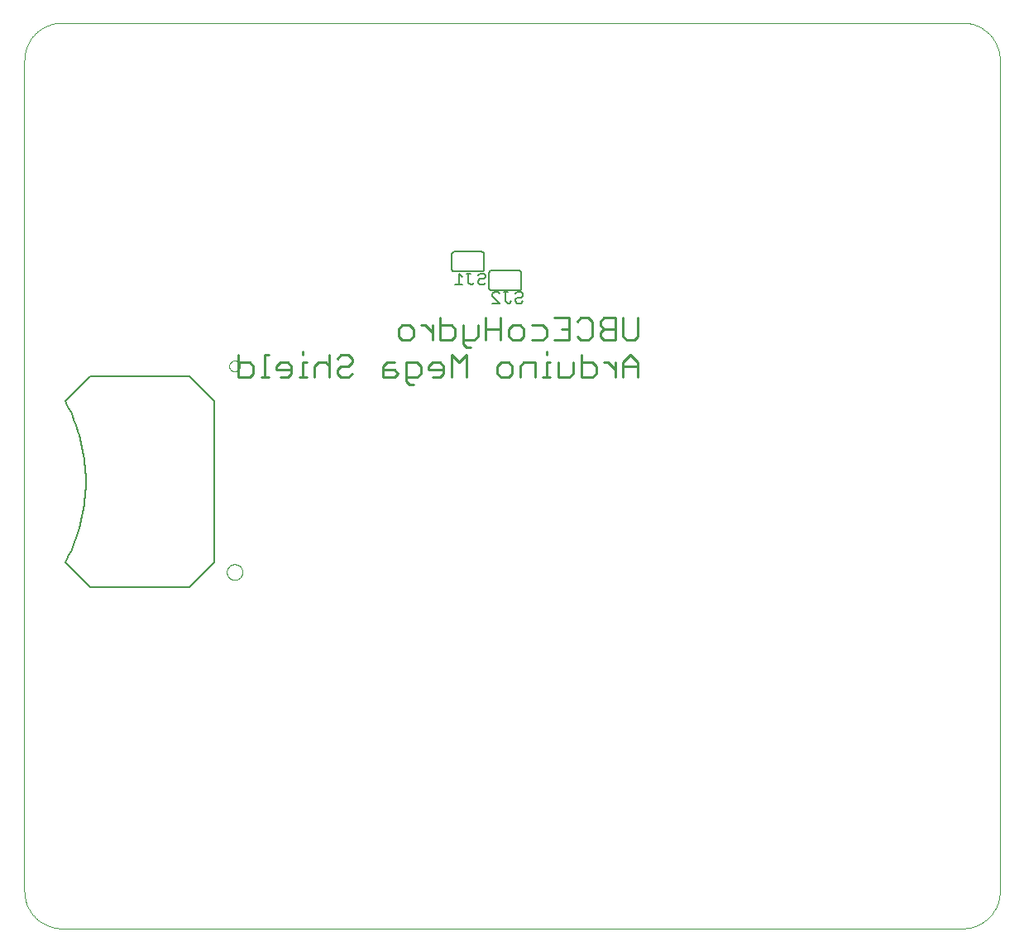
<source format=gbo>
G75*
%MOIN*%
%OFA0B0*%
%FSLAX25Y25*%
%IPPOS*%
%LPD*%
%AMOC8*
5,1,8,0,0,1.08239X$1,22.5*
%
%ADD10C,0.00000*%
%ADD11C,0.01000*%
%ADD12C,0.00500*%
%ADD13C,0.00600*%
D10*
X0090000Y0017248D02*
X0090000Y0352248D01*
X0090004Y0352610D01*
X0090018Y0352973D01*
X0090039Y0353335D01*
X0090070Y0353696D01*
X0090109Y0354056D01*
X0090157Y0354415D01*
X0090214Y0354773D01*
X0090279Y0355130D01*
X0090353Y0355485D01*
X0090436Y0355838D01*
X0090527Y0356189D01*
X0090626Y0356537D01*
X0090734Y0356883D01*
X0090850Y0357227D01*
X0090975Y0357567D01*
X0091107Y0357904D01*
X0091248Y0358238D01*
X0091397Y0358569D01*
X0091554Y0358896D01*
X0091718Y0359219D01*
X0091890Y0359538D01*
X0092070Y0359852D01*
X0092258Y0360163D01*
X0092453Y0360468D01*
X0092655Y0360769D01*
X0092865Y0361065D01*
X0093081Y0361355D01*
X0093305Y0361641D01*
X0093535Y0361921D01*
X0093772Y0362195D01*
X0094016Y0362463D01*
X0094266Y0362726D01*
X0094522Y0362982D01*
X0094785Y0363232D01*
X0095053Y0363476D01*
X0095327Y0363713D01*
X0095607Y0363943D01*
X0095893Y0364167D01*
X0096183Y0364383D01*
X0096479Y0364593D01*
X0096780Y0364795D01*
X0097085Y0364990D01*
X0097396Y0365178D01*
X0097710Y0365358D01*
X0098029Y0365530D01*
X0098352Y0365694D01*
X0098679Y0365851D01*
X0099010Y0366000D01*
X0099344Y0366141D01*
X0099681Y0366273D01*
X0100021Y0366398D01*
X0100365Y0366514D01*
X0100711Y0366622D01*
X0101059Y0366721D01*
X0101410Y0366812D01*
X0101763Y0366895D01*
X0102118Y0366969D01*
X0102475Y0367034D01*
X0102833Y0367091D01*
X0103192Y0367139D01*
X0103552Y0367178D01*
X0103913Y0367209D01*
X0104275Y0367230D01*
X0104638Y0367244D01*
X0105000Y0367248D01*
X0468110Y0367248D01*
X0468472Y0367244D01*
X0468835Y0367230D01*
X0469197Y0367209D01*
X0469558Y0367178D01*
X0469918Y0367139D01*
X0470277Y0367091D01*
X0470635Y0367034D01*
X0470992Y0366969D01*
X0471347Y0366895D01*
X0471700Y0366812D01*
X0472051Y0366721D01*
X0472399Y0366622D01*
X0472745Y0366514D01*
X0473089Y0366398D01*
X0473429Y0366273D01*
X0473766Y0366141D01*
X0474100Y0366000D01*
X0474431Y0365851D01*
X0474758Y0365694D01*
X0475081Y0365530D01*
X0475400Y0365358D01*
X0475714Y0365178D01*
X0476025Y0364990D01*
X0476330Y0364795D01*
X0476631Y0364593D01*
X0476927Y0364383D01*
X0477217Y0364167D01*
X0477503Y0363943D01*
X0477783Y0363713D01*
X0478057Y0363476D01*
X0478325Y0363232D01*
X0478588Y0362982D01*
X0478844Y0362726D01*
X0479094Y0362463D01*
X0479338Y0362195D01*
X0479575Y0361921D01*
X0479805Y0361641D01*
X0480029Y0361355D01*
X0480245Y0361065D01*
X0480455Y0360769D01*
X0480657Y0360468D01*
X0480852Y0360163D01*
X0481040Y0359852D01*
X0481220Y0359538D01*
X0481392Y0359219D01*
X0481556Y0358896D01*
X0481713Y0358569D01*
X0481862Y0358238D01*
X0482003Y0357904D01*
X0482135Y0357567D01*
X0482260Y0357227D01*
X0482376Y0356883D01*
X0482484Y0356537D01*
X0482583Y0356189D01*
X0482674Y0355838D01*
X0482757Y0355485D01*
X0482831Y0355130D01*
X0482896Y0354773D01*
X0482953Y0354415D01*
X0483001Y0354056D01*
X0483040Y0353696D01*
X0483071Y0353335D01*
X0483092Y0352973D01*
X0483106Y0352610D01*
X0483110Y0352248D01*
X0483110Y0017248D01*
X0483106Y0016886D01*
X0483092Y0016523D01*
X0483071Y0016161D01*
X0483040Y0015800D01*
X0483001Y0015440D01*
X0482953Y0015081D01*
X0482896Y0014723D01*
X0482831Y0014366D01*
X0482757Y0014011D01*
X0482674Y0013658D01*
X0482583Y0013307D01*
X0482484Y0012959D01*
X0482376Y0012613D01*
X0482260Y0012269D01*
X0482135Y0011929D01*
X0482003Y0011592D01*
X0481862Y0011258D01*
X0481713Y0010927D01*
X0481556Y0010600D01*
X0481392Y0010277D01*
X0481220Y0009958D01*
X0481040Y0009644D01*
X0480852Y0009333D01*
X0480657Y0009028D01*
X0480455Y0008727D01*
X0480245Y0008431D01*
X0480029Y0008141D01*
X0479805Y0007855D01*
X0479575Y0007575D01*
X0479338Y0007301D01*
X0479094Y0007033D01*
X0478844Y0006770D01*
X0478588Y0006514D01*
X0478325Y0006264D01*
X0478057Y0006020D01*
X0477783Y0005783D01*
X0477503Y0005553D01*
X0477217Y0005329D01*
X0476927Y0005113D01*
X0476631Y0004903D01*
X0476330Y0004701D01*
X0476025Y0004506D01*
X0475714Y0004318D01*
X0475400Y0004138D01*
X0475081Y0003966D01*
X0474758Y0003802D01*
X0474431Y0003645D01*
X0474100Y0003496D01*
X0473766Y0003355D01*
X0473429Y0003223D01*
X0473089Y0003098D01*
X0472745Y0002982D01*
X0472399Y0002874D01*
X0472051Y0002775D01*
X0471700Y0002684D01*
X0471347Y0002601D01*
X0470992Y0002527D01*
X0470635Y0002462D01*
X0470277Y0002405D01*
X0469918Y0002357D01*
X0469558Y0002318D01*
X0469197Y0002287D01*
X0468835Y0002266D01*
X0468472Y0002252D01*
X0468110Y0002248D01*
X0105000Y0002248D01*
X0104638Y0002252D01*
X0104275Y0002266D01*
X0103913Y0002287D01*
X0103552Y0002318D01*
X0103192Y0002357D01*
X0102833Y0002405D01*
X0102475Y0002462D01*
X0102118Y0002527D01*
X0101763Y0002601D01*
X0101410Y0002684D01*
X0101059Y0002775D01*
X0100711Y0002874D01*
X0100365Y0002982D01*
X0100021Y0003098D01*
X0099681Y0003223D01*
X0099344Y0003355D01*
X0099010Y0003496D01*
X0098679Y0003645D01*
X0098352Y0003802D01*
X0098029Y0003966D01*
X0097710Y0004138D01*
X0097396Y0004318D01*
X0097085Y0004506D01*
X0096780Y0004701D01*
X0096479Y0004903D01*
X0096183Y0005113D01*
X0095893Y0005329D01*
X0095607Y0005553D01*
X0095327Y0005783D01*
X0095053Y0006020D01*
X0094785Y0006264D01*
X0094522Y0006514D01*
X0094266Y0006770D01*
X0094016Y0007033D01*
X0093772Y0007301D01*
X0093535Y0007575D01*
X0093305Y0007855D01*
X0093081Y0008141D01*
X0092865Y0008431D01*
X0092655Y0008727D01*
X0092453Y0009028D01*
X0092258Y0009333D01*
X0092070Y0009644D01*
X0091890Y0009958D01*
X0091718Y0010277D01*
X0091554Y0010600D01*
X0091397Y0010927D01*
X0091248Y0011258D01*
X0091107Y0011592D01*
X0090975Y0011929D01*
X0090850Y0012269D01*
X0090734Y0012613D01*
X0090626Y0012959D01*
X0090527Y0013307D01*
X0090436Y0013658D01*
X0090353Y0014011D01*
X0090279Y0014366D01*
X0090214Y0014723D01*
X0090157Y0015081D01*
X0090109Y0015440D01*
X0090070Y0015800D01*
X0090039Y0016161D01*
X0090018Y0016523D01*
X0090004Y0016886D01*
X0090000Y0017248D01*
X0171582Y0145846D02*
X0171584Y0145958D01*
X0171590Y0146069D01*
X0171600Y0146181D01*
X0171614Y0146292D01*
X0171631Y0146402D01*
X0171653Y0146512D01*
X0171679Y0146621D01*
X0171708Y0146729D01*
X0171741Y0146835D01*
X0171778Y0146941D01*
X0171819Y0147045D01*
X0171864Y0147148D01*
X0171912Y0147249D01*
X0171963Y0147348D01*
X0172018Y0147445D01*
X0172077Y0147540D01*
X0172138Y0147634D01*
X0172203Y0147725D01*
X0172272Y0147813D01*
X0172343Y0147899D01*
X0172417Y0147983D01*
X0172495Y0148063D01*
X0172575Y0148141D01*
X0172658Y0148217D01*
X0172743Y0148289D01*
X0172831Y0148358D01*
X0172921Y0148424D01*
X0173014Y0148486D01*
X0173109Y0148546D01*
X0173206Y0148602D01*
X0173304Y0148654D01*
X0173405Y0148703D01*
X0173507Y0148748D01*
X0173611Y0148790D01*
X0173716Y0148828D01*
X0173823Y0148862D01*
X0173930Y0148892D01*
X0174039Y0148919D01*
X0174148Y0148941D01*
X0174259Y0148960D01*
X0174369Y0148975D01*
X0174481Y0148986D01*
X0174592Y0148993D01*
X0174704Y0148996D01*
X0174816Y0148995D01*
X0174928Y0148990D01*
X0175039Y0148981D01*
X0175150Y0148968D01*
X0175261Y0148951D01*
X0175371Y0148931D01*
X0175480Y0148906D01*
X0175588Y0148878D01*
X0175695Y0148845D01*
X0175801Y0148809D01*
X0175905Y0148769D01*
X0176008Y0148726D01*
X0176110Y0148679D01*
X0176209Y0148628D01*
X0176307Y0148574D01*
X0176403Y0148516D01*
X0176497Y0148455D01*
X0176588Y0148391D01*
X0176677Y0148324D01*
X0176764Y0148253D01*
X0176848Y0148179D01*
X0176930Y0148103D01*
X0177008Y0148023D01*
X0177084Y0147941D01*
X0177157Y0147856D01*
X0177227Y0147769D01*
X0177293Y0147679D01*
X0177357Y0147587D01*
X0177417Y0147493D01*
X0177474Y0147397D01*
X0177527Y0147298D01*
X0177577Y0147198D01*
X0177623Y0147097D01*
X0177666Y0146993D01*
X0177705Y0146888D01*
X0177740Y0146782D01*
X0177771Y0146675D01*
X0177799Y0146566D01*
X0177822Y0146457D01*
X0177842Y0146347D01*
X0177858Y0146236D01*
X0177870Y0146125D01*
X0177878Y0146014D01*
X0177882Y0145902D01*
X0177882Y0145790D01*
X0177878Y0145678D01*
X0177870Y0145567D01*
X0177858Y0145456D01*
X0177842Y0145345D01*
X0177822Y0145235D01*
X0177799Y0145126D01*
X0177771Y0145017D01*
X0177740Y0144910D01*
X0177705Y0144804D01*
X0177666Y0144699D01*
X0177623Y0144595D01*
X0177577Y0144494D01*
X0177527Y0144394D01*
X0177474Y0144295D01*
X0177417Y0144199D01*
X0177357Y0144105D01*
X0177293Y0144013D01*
X0177227Y0143923D01*
X0177157Y0143836D01*
X0177084Y0143751D01*
X0177008Y0143669D01*
X0176930Y0143589D01*
X0176848Y0143513D01*
X0176764Y0143439D01*
X0176677Y0143368D01*
X0176588Y0143301D01*
X0176497Y0143237D01*
X0176403Y0143176D01*
X0176307Y0143118D01*
X0176209Y0143064D01*
X0176110Y0143013D01*
X0176008Y0142966D01*
X0175905Y0142923D01*
X0175801Y0142883D01*
X0175695Y0142847D01*
X0175588Y0142814D01*
X0175480Y0142786D01*
X0175371Y0142761D01*
X0175261Y0142741D01*
X0175150Y0142724D01*
X0175039Y0142711D01*
X0174928Y0142702D01*
X0174816Y0142697D01*
X0174704Y0142696D01*
X0174592Y0142699D01*
X0174481Y0142706D01*
X0174369Y0142717D01*
X0174259Y0142732D01*
X0174148Y0142751D01*
X0174039Y0142773D01*
X0173930Y0142800D01*
X0173823Y0142830D01*
X0173716Y0142864D01*
X0173611Y0142902D01*
X0173507Y0142944D01*
X0173405Y0142989D01*
X0173304Y0143038D01*
X0173206Y0143090D01*
X0173109Y0143146D01*
X0173014Y0143206D01*
X0172921Y0143268D01*
X0172831Y0143334D01*
X0172743Y0143403D01*
X0172658Y0143475D01*
X0172575Y0143551D01*
X0172495Y0143629D01*
X0172417Y0143709D01*
X0172343Y0143793D01*
X0172272Y0143879D01*
X0172203Y0143967D01*
X0172138Y0144058D01*
X0172077Y0144152D01*
X0172018Y0144247D01*
X0171963Y0144344D01*
X0171912Y0144443D01*
X0171864Y0144544D01*
X0171819Y0144647D01*
X0171778Y0144751D01*
X0171741Y0144857D01*
X0171708Y0144963D01*
X0171679Y0145071D01*
X0171653Y0145180D01*
X0171631Y0145290D01*
X0171614Y0145400D01*
X0171600Y0145511D01*
X0171590Y0145623D01*
X0171584Y0145734D01*
X0171582Y0145846D01*
X0172567Y0228917D02*
X0172569Y0229010D01*
X0172575Y0229102D01*
X0172585Y0229194D01*
X0172599Y0229285D01*
X0172616Y0229376D01*
X0172638Y0229466D01*
X0172663Y0229555D01*
X0172692Y0229643D01*
X0172725Y0229729D01*
X0172762Y0229814D01*
X0172802Y0229898D01*
X0172846Y0229979D01*
X0172893Y0230059D01*
X0172943Y0230137D01*
X0172997Y0230212D01*
X0173054Y0230285D01*
X0173114Y0230355D01*
X0173177Y0230423D01*
X0173243Y0230488D01*
X0173311Y0230550D01*
X0173382Y0230610D01*
X0173456Y0230666D01*
X0173532Y0230719D01*
X0173610Y0230768D01*
X0173690Y0230815D01*
X0173772Y0230857D01*
X0173856Y0230897D01*
X0173941Y0230932D01*
X0174028Y0230964D01*
X0174116Y0230993D01*
X0174205Y0231017D01*
X0174295Y0231038D01*
X0174386Y0231054D01*
X0174478Y0231067D01*
X0174570Y0231076D01*
X0174663Y0231081D01*
X0174755Y0231082D01*
X0174848Y0231079D01*
X0174940Y0231072D01*
X0175032Y0231061D01*
X0175123Y0231046D01*
X0175214Y0231028D01*
X0175304Y0231005D01*
X0175392Y0230979D01*
X0175480Y0230949D01*
X0175566Y0230915D01*
X0175650Y0230878D01*
X0175733Y0230836D01*
X0175814Y0230792D01*
X0175894Y0230744D01*
X0175971Y0230693D01*
X0176045Y0230638D01*
X0176118Y0230580D01*
X0176188Y0230520D01*
X0176255Y0230456D01*
X0176319Y0230390D01*
X0176381Y0230320D01*
X0176439Y0230249D01*
X0176494Y0230175D01*
X0176546Y0230098D01*
X0176595Y0230019D01*
X0176641Y0229939D01*
X0176683Y0229856D01*
X0176721Y0229772D01*
X0176756Y0229686D01*
X0176787Y0229599D01*
X0176814Y0229511D01*
X0176837Y0229421D01*
X0176857Y0229331D01*
X0176873Y0229240D01*
X0176885Y0229148D01*
X0176893Y0229056D01*
X0176897Y0228963D01*
X0176897Y0228871D01*
X0176893Y0228778D01*
X0176885Y0228686D01*
X0176873Y0228594D01*
X0176857Y0228503D01*
X0176837Y0228413D01*
X0176814Y0228323D01*
X0176787Y0228235D01*
X0176756Y0228148D01*
X0176721Y0228062D01*
X0176683Y0227978D01*
X0176641Y0227895D01*
X0176595Y0227815D01*
X0176546Y0227736D01*
X0176494Y0227659D01*
X0176439Y0227585D01*
X0176381Y0227514D01*
X0176319Y0227444D01*
X0176255Y0227378D01*
X0176188Y0227314D01*
X0176118Y0227254D01*
X0176045Y0227196D01*
X0175971Y0227141D01*
X0175894Y0227090D01*
X0175815Y0227042D01*
X0175733Y0226998D01*
X0175650Y0226956D01*
X0175566Y0226919D01*
X0175480Y0226885D01*
X0175392Y0226855D01*
X0175304Y0226829D01*
X0175214Y0226806D01*
X0175123Y0226788D01*
X0175032Y0226773D01*
X0174940Y0226762D01*
X0174848Y0226755D01*
X0174755Y0226752D01*
X0174663Y0226753D01*
X0174570Y0226758D01*
X0174478Y0226767D01*
X0174386Y0226780D01*
X0174295Y0226796D01*
X0174205Y0226817D01*
X0174116Y0226841D01*
X0174028Y0226870D01*
X0173941Y0226902D01*
X0173856Y0226937D01*
X0173772Y0226977D01*
X0173690Y0227019D01*
X0173610Y0227066D01*
X0173532Y0227115D01*
X0173456Y0227168D01*
X0173382Y0227224D01*
X0173311Y0227284D01*
X0173243Y0227346D01*
X0173177Y0227411D01*
X0173114Y0227479D01*
X0173054Y0227549D01*
X0172997Y0227622D01*
X0172943Y0227697D01*
X0172893Y0227775D01*
X0172846Y0227855D01*
X0172802Y0227936D01*
X0172762Y0228020D01*
X0172725Y0228105D01*
X0172692Y0228191D01*
X0172663Y0228279D01*
X0172638Y0228368D01*
X0172616Y0228458D01*
X0172599Y0228549D01*
X0172585Y0228640D01*
X0172575Y0228732D01*
X0172569Y0228824D01*
X0172567Y0228917D01*
D11*
X0176236Y0230318D02*
X0180740Y0230318D01*
X0182241Y0228817D01*
X0182241Y0225814D01*
X0180740Y0224313D01*
X0176236Y0224313D01*
X0176236Y0233321D01*
X0186879Y0233321D02*
X0186879Y0224313D01*
X0188380Y0224313D02*
X0185377Y0224313D01*
X0191583Y0227316D02*
X0197588Y0227316D01*
X0197588Y0228817D02*
X0196087Y0230318D01*
X0193084Y0230318D01*
X0191583Y0228817D01*
X0191583Y0227316D01*
X0193084Y0224313D02*
X0196087Y0224313D01*
X0197588Y0225814D01*
X0197588Y0228817D01*
X0202225Y0230318D02*
X0202225Y0224313D01*
X0203726Y0224313D02*
X0200724Y0224313D01*
X0202225Y0230318D02*
X0203726Y0230318D01*
X0202225Y0233321D02*
X0202225Y0234822D01*
X0206929Y0228817D02*
X0208431Y0230318D01*
X0211433Y0230318D01*
X0212934Y0228817D01*
X0216137Y0227316D02*
X0216137Y0225814D01*
X0217638Y0224313D01*
X0220641Y0224313D01*
X0222142Y0225814D01*
X0220641Y0228817D02*
X0222142Y0230318D01*
X0222142Y0231819D01*
X0220641Y0233321D01*
X0217638Y0233321D01*
X0216137Y0231819D01*
X0217638Y0228817D02*
X0216137Y0227316D01*
X0217638Y0228817D02*
X0220641Y0228817D01*
X0212934Y0233321D02*
X0212934Y0224313D01*
X0206929Y0224313D02*
X0206929Y0228817D01*
X0188380Y0233321D02*
X0186879Y0233321D01*
X0234553Y0228817D02*
X0234553Y0224313D01*
X0239057Y0224313D01*
X0240558Y0225814D01*
X0239057Y0227316D01*
X0234553Y0227316D01*
X0234553Y0228817D02*
X0236054Y0230318D01*
X0239057Y0230318D01*
X0243761Y0230318D02*
X0248265Y0230318D01*
X0249766Y0228817D01*
X0249766Y0225814D01*
X0248265Y0224313D01*
X0243761Y0224313D01*
X0243761Y0222812D02*
X0243761Y0230318D01*
X0243761Y0222812D02*
X0245262Y0221310D01*
X0246763Y0221310D01*
X0254470Y0224313D02*
X0257472Y0224313D01*
X0258974Y0225814D01*
X0258974Y0228817D01*
X0257472Y0230318D01*
X0254470Y0230318D01*
X0252969Y0228817D01*
X0252969Y0227316D01*
X0258974Y0227316D01*
X0262176Y0224313D02*
X0262176Y0233321D01*
X0265179Y0230318D01*
X0268182Y0233321D01*
X0268182Y0224313D01*
X0280592Y0225814D02*
X0282093Y0224313D01*
X0285096Y0224313D01*
X0286597Y0225814D01*
X0286597Y0228817D01*
X0285096Y0230318D01*
X0282093Y0230318D01*
X0280592Y0228817D01*
X0280592Y0225814D01*
X0289800Y0224313D02*
X0289800Y0228817D01*
X0291301Y0230318D01*
X0295805Y0230318D01*
X0295805Y0224313D01*
X0298941Y0224313D02*
X0301944Y0224313D01*
X0300442Y0224313D02*
X0300442Y0230318D01*
X0301944Y0230318D01*
X0305146Y0230318D02*
X0305146Y0224313D01*
X0309650Y0224313D01*
X0311152Y0225814D01*
X0311152Y0230318D01*
X0314354Y0230318D02*
X0318858Y0230318D01*
X0320359Y0228817D01*
X0320359Y0225814D01*
X0318858Y0224313D01*
X0314354Y0224313D01*
X0314354Y0233321D01*
X0314321Y0239313D02*
X0312820Y0240814D01*
X0314321Y0239313D02*
X0317323Y0239313D01*
X0318825Y0240814D01*
X0318825Y0246819D01*
X0317323Y0248321D01*
X0314321Y0248321D01*
X0312820Y0246819D01*
X0309617Y0248321D02*
X0309617Y0239313D01*
X0303612Y0239313D01*
X0300409Y0240814D02*
X0298908Y0239313D01*
X0294404Y0239313D01*
X0291201Y0240814D02*
X0289700Y0239313D01*
X0286697Y0239313D01*
X0285196Y0240814D01*
X0285196Y0243817D01*
X0286697Y0245318D01*
X0289700Y0245318D01*
X0291201Y0243817D01*
X0291201Y0240814D01*
X0294404Y0245318D02*
X0298908Y0245318D01*
X0300409Y0243817D01*
X0300409Y0240814D01*
X0306614Y0243817D02*
X0309617Y0243817D01*
X0309617Y0248321D02*
X0303612Y0248321D01*
X0300442Y0234822D02*
X0300442Y0233321D01*
X0281993Y0239313D02*
X0281993Y0248321D01*
X0281993Y0243817D02*
X0275988Y0243817D01*
X0272785Y0245318D02*
X0272785Y0240814D01*
X0271284Y0239313D01*
X0266780Y0239313D01*
X0266780Y0237812D02*
X0268282Y0236310D01*
X0269783Y0236310D01*
X0266780Y0237812D02*
X0266780Y0245318D01*
X0263578Y0243817D02*
X0263578Y0240814D01*
X0262076Y0239313D01*
X0257572Y0239313D01*
X0257572Y0248321D01*
X0257572Y0245318D02*
X0262076Y0245318D01*
X0263578Y0243817D01*
X0254370Y0245318D02*
X0254370Y0239313D01*
X0254370Y0242316D02*
X0251367Y0245318D01*
X0249866Y0245318D01*
X0246697Y0243817D02*
X0246697Y0240814D01*
X0245195Y0239313D01*
X0242193Y0239313D01*
X0240691Y0240814D01*
X0240691Y0243817D01*
X0242193Y0245318D01*
X0245195Y0245318D01*
X0246697Y0243817D01*
X0275988Y0248321D02*
X0275988Y0239313D01*
X0322027Y0240814D02*
X0323529Y0239313D01*
X0328033Y0239313D01*
X0328033Y0248321D01*
X0323529Y0248321D01*
X0322027Y0246819D01*
X0322027Y0245318D01*
X0323529Y0243817D01*
X0328033Y0243817D01*
X0331235Y0240814D02*
X0331235Y0248321D01*
X0337240Y0248321D02*
X0337240Y0240814D01*
X0335739Y0239313D01*
X0332737Y0239313D01*
X0331235Y0240814D01*
X0334238Y0233321D02*
X0331235Y0230318D01*
X0331235Y0224313D01*
X0328033Y0224313D02*
X0328033Y0230318D01*
X0328033Y0227316D02*
X0325030Y0230318D01*
X0323529Y0230318D01*
X0331235Y0228817D02*
X0337240Y0228817D01*
X0337240Y0230318D02*
X0337240Y0224313D01*
X0337240Y0230318D02*
X0334238Y0233321D01*
X0322027Y0240814D02*
X0322027Y0242316D01*
X0323529Y0243817D01*
D12*
X0290812Y0254999D02*
X0290061Y0254248D01*
X0288560Y0254248D01*
X0287809Y0254999D01*
X0287809Y0255749D01*
X0288560Y0256500D01*
X0290061Y0256500D01*
X0290812Y0257251D01*
X0290812Y0258001D01*
X0290061Y0258752D01*
X0288560Y0258752D01*
X0287809Y0258001D01*
X0284707Y0258752D02*
X0283205Y0258752D01*
X0283956Y0258752D02*
X0283956Y0254999D01*
X0284707Y0254248D01*
X0285457Y0254248D01*
X0286208Y0254999D01*
X0281604Y0254248D02*
X0278601Y0257251D01*
X0278601Y0258001D01*
X0279352Y0258752D01*
X0280853Y0258752D01*
X0281604Y0258001D01*
X0281604Y0254248D02*
X0278601Y0254248D01*
X0275061Y0261748D02*
X0273560Y0261748D01*
X0272809Y0262499D01*
X0272809Y0263249D01*
X0273560Y0264000D01*
X0275061Y0264000D01*
X0275812Y0264751D01*
X0275812Y0265501D01*
X0275061Y0266252D01*
X0273560Y0266252D01*
X0272809Y0265501D01*
X0269707Y0266252D02*
X0268205Y0266252D01*
X0268956Y0266252D02*
X0268956Y0262499D01*
X0269707Y0261748D01*
X0270457Y0261748D01*
X0271208Y0262499D01*
X0275061Y0261748D02*
X0275812Y0262499D01*
X0266604Y0261748D02*
X0263601Y0261748D01*
X0265103Y0261748D02*
X0265103Y0266252D01*
X0266604Y0264751D01*
X0166500Y0214748D02*
X0156500Y0224748D01*
X0116500Y0224748D01*
X0106500Y0214748D01*
X0166500Y0214748D02*
X0166500Y0149748D01*
X0156500Y0139748D01*
X0116500Y0139748D01*
X0106500Y0149748D01*
X0107270Y0151210D01*
X0108003Y0152691D01*
X0108701Y0154189D01*
X0109362Y0155703D01*
X0109986Y0157233D01*
X0110574Y0158777D01*
X0111123Y0160336D01*
X0111635Y0161907D01*
X0112108Y0163490D01*
X0112543Y0165084D01*
X0112939Y0166688D01*
X0113297Y0168301D01*
X0113615Y0169923D01*
X0113893Y0171552D01*
X0114133Y0173187D01*
X0114332Y0174827D01*
X0114492Y0176471D01*
X0114612Y0178119D01*
X0114692Y0179770D01*
X0114732Y0181422D01*
X0114732Y0183074D01*
X0114692Y0184726D01*
X0114612Y0186377D01*
X0114492Y0188025D01*
X0114332Y0189669D01*
X0114133Y0191309D01*
X0113893Y0192944D01*
X0113615Y0194573D01*
X0113297Y0196195D01*
X0112939Y0197808D01*
X0112543Y0199412D01*
X0112108Y0201006D01*
X0111635Y0202589D01*
X0111123Y0204160D01*
X0110574Y0205719D01*
X0109986Y0207263D01*
X0109362Y0208793D01*
X0108701Y0210307D01*
X0108003Y0211805D01*
X0107270Y0213286D01*
X0106500Y0214748D01*
D13*
X0262250Y0267998D02*
X0262250Y0273998D01*
X0262252Y0274058D01*
X0262257Y0274119D01*
X0262266Y0274178D01*
X0262279Y0274237D01*
X0262295Y0274296D01*
X0262315Y0274353D01*
X0262338Y0274408D01*
X0262365Y0274463D01*
X0262394Y0274515D01*
X0262427Y0274566D01*
X0262463Y0274615D01*
X0262501Y0274661D01*
X0262543Y0274705D01*
X0262587Y0274747D01*
X0262633Y0274785D01*
X0262682Y0274821D01*
X0262733Y0274854D01*
X0262785Y0274883D01*
X0262840Y0274910D01*
X0262895Y0274933D01*
X0262952Y0274953D01*
X0263011Y0274969D01*
X0263070Y0274982D01*
X0263129Y0274991D01*
X0263190Y0274996D01*
X0263250Y0274998D01*
X0274250Y0274998D01*
X0274310Y0274996D01*
X0274371Y0274991D01*
X0274430Y0274982D01*
X0274489Y0274969D01*
X0274548Y0274953D01*
X0274605Y0274933D01*
X0274660Y0274910D01*
X0274715Y0274883D01*
X0274767Y0274854D01*
X0274818Y0274821D01*
X0274867Y0274785D01*
X0274913Y0274747D01*
X0274957Y0274705D01*
X0274999Y0274661D01*
X0275037Y0274615D01*
X0275073Y0274566D01*
X0275106Y0274515D01*
X0275135Y0274463D01*
X0275162Y0274408D01*
X0275185Y0274353D01*
X0275205Y0274296D01*
X0275221Y0274237D01*
X0275234Y0274178D01*
X0275243Y0274119D01*
X0275248Y0274058D01*
X0275250Y0273998D01*
X0275250Y0267998D01*
X0275248Y0267938D01*
X0275243Y0267877D01*
X0275234Y0267818D01*
X0275221Y0267759D01*
X0275205Y0267700D01*
X0275185Y0267643D01*
X0275162Y0267588D01*
X0275135Y0267533D01*
X0275106Y0267481D01*
X0275073Y0267430D01*
X0275037Y0267381D01*
X0274999Y0267335D01*
X0274957Y0267291D01*
X0274913Y0267249D01*
X0274867Y0267211D01*
X0274818Y0267175D01*
X0274767Y0267142D01*
X0274715Y0267113D01*
X0274660Y0267086D01*
X0274605Y0267063D01*
X0274548Y0267043D01*
X0274489Y0267027D01*
X0274430Y0267014D01*
X0274371Y0267005D01*
X0274310Y0267000D01*
X0274250Y0266998D01*
X0263250Y0266998D01*
X0263190Y0267000D01*
X0263129Y0267005D01*
X0263070Y0267014D01*
X0263011Y0267027D01*
X0262952Y0267043D01*
X0262895Y0267063D01*
X0262840Y0267086D01*
X0262785Y0267113D01*
X0262733Y0267142D01*
X0262682Y0267175D01*
X0262633Y0267211D01*
X0262587Y0267249D01*
X0262543Y0267291D01*
X0262501Y0267335D01*
X0262463Y0267381D01*
X0262427Y0267430D01*
X0262394Y0267481D01*
X0262365Y0267533D01*
X0262338Y0267588D01*
X0262315Y0267643D01*
X0262295Y0267700D01*
X0262279Y0267759D01*
X0262266Y0267818D01*
X0262257Y0267877D01*
X0262252Y0267938D01*
X0262250Y0267998D01*
X0277250Y0266498D02*
X0277250Y0260498D01*
X0277252Y0260438D01*
X0277257Y0260377D01*
X0277266Y0260318D01*
X0277279Y0260259D01*
X0277295Y0260200D01*
X0277315Y0260143D01*
X0277338Y0260088D01*
X0277365Y0260033D01*
X0277394Y0259981D01*
X0277427Y0259930D01*
X0277463Y0259881D01*
X0277501Y0259835D01*
X0277543Y0259791D01*
X0277587Y0259749D01*
X0277633Y0259711D01*
X0277682Y0259675D01*
X0277733Y0259642D01*
X0277785Y0259613D01*
X0277840Y0259586D01*
X0277895Y0259563D01*
X0277952Y0259543D01*
X0278011Y0259527D01*
X0278070Y0259514D01*
X0278129Y0259505D01*
X0278190Y0259500D01*
X0278250Y0259498D01*
X0289250Y0259498D01*
X0289310Y0259500D01*
X0289371Y0259505D01*
X0289430Y0259514D01*
X0289489Y0259527D01*
X0289548Y0259543D01*
X0289605Y0259563D01*
X0289660Y0259586D01*
X0289715Y0259613D01*
X0289767Y0259642D01*
X0289818Y0259675D01*
X0289867Y0259711D01*
X0289913Y0259749D01*
X0289957Y0259791D01*
X0289999Y0259835D01*
X0290037Y0259881D01*
X0290073Y0259930D01*
X0290106Y0259981D01*
X0290135Y0260033D01*
X0290162Y0260088D01*
X0290185Y0260143D01*
X0290205Y0260200D01*
X0290221Y0260259D01*
X0290234Y0260318D01*
X0290243Y0260377D01*
X0290248Y0260438D01*
X0290250Y0260498D01*
X0290250Y0266498D01*
X0290248Y0266558D01*
X0290243Y0266619D01*
X0290234Y0266678D01*
X0290221Y0266737D01*
X0290205Y0266796D01*
X0290185Y0266853D01*
X0290162Y0266908D01*
X0290135Y0266963D01*
X0290106Y0267015D01*
X0290073Y0267066D01*
X0290037Y0267115D01*
X0289999Y0267161D01*
X0289957Y0267205D01*
X0289913Y0267247D01*
X0289867Y0267285D01*
X0289818Y0267321D01*
X0289767Y0267354D01*
X0289715Y0267383D01*
X0289660Y0267410D01*
X0289605Y0267433D01*
X0289548Y0267453D01*
X0289489Y0267469D01*
X0289430Y0267482D01*
X0289371Y0267491D01*
X0289310Y0267496D01*
X0289250Y0267498D01*
X0278250Y0267498D01*
X0278190Y0267496D01*
X0278129Y0267491D01*
X0278070Y0267482D01*
X0278011Y0267469D01*
X0277952Y0267453D01*
X0277895Y0267433D01*
X0277840Y0267410D01*
X0277785Y0267383D01*
X0277733Y0267354D01*
X0277682Y0267321D01*
X0277633Y0267285D01*
X0277587Y0267247D01*
X0277543Y0267205D01*
X0277501Y0267161D01*
X0277463Y0267115D01*
X0277427Y0267066D01*
X0277394Y0267015D01*
X0277365Y0266963D01*
X0277338Y0266908D01*
X0277315Y0266853D01*
X0277295Y0266796D01*
X0277279Y0266737D01*
X0277266Y0266678D01*
X0277257Y0266619D01*
X0277252Y0266558D01*
X0277250Y0266498D01*
M02*

</source>
